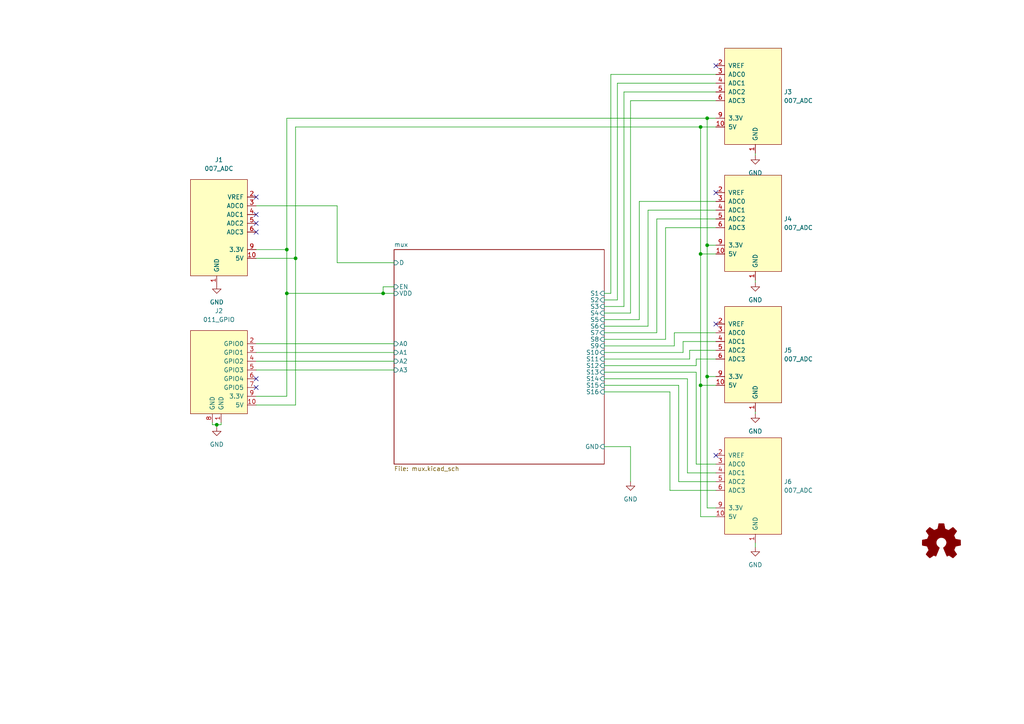
<source format=kicad_sch>
(kicad_sch (version 20211123) (generator eeschema)

  (uuid 57732dd3-1162-4c3f-88bd-31bf473d124d)

  (paper "A4")

  (lib_symbols
    (symbol "Graphic:Logo_Open_Hardware_Small" (pin_names (offset 1.016)) (in_bom yes) (on_board yes)
      (property "Reference" "#LOGO" (id 0) (at 0 6.985 0)
        (effects (font (size 1.27 1.27)) hide)
      )
      (property "Value" "Logo_Open_Hardware_Small" (id 1) (at 0 -5.715 0)
        (effects (font (size 1.27 1.27)) hide)
      )
      (property "Footprint" "" (id 2) (at 0 0 0)
        (effects (font (size 1.27 1.27)) hide)
      )
      (property "Datasheet" "~" (id 3) (at 0 0 0)
        (effects (font (size 1.27 1.27)) hide)
      )
      (property "ki_keywords" "Logo" (id 4) (at 0 0 0)
        (effects (font (size 1.27 1.27)) hide)
      )
      (property "ki_description" "Open Hardware logo, small" (id 5) (at 0 0 0)
        (effects (font (size 1.27 1.27)) hide)
      )
      (symbol "Logo_Open_Hardware_Small_0_1"
        (polyline
          (pts
            (xy 3.3528 -4.3434)
            (xy 3.302 -4.318)
            (xy 3.175 -4.2418)
            (xy 2.9972 -4.1148)
            (xy 2.7686 -3.9624)
            (xy 2.54 -3.81)
            (xy 2.3622 -3.7084)
            (xy 2.2352 -3.6068)
            (xy 2.1844 -3.5814)
            (xy 2.159 -3.6068)
            (xy 2.0574 -3.6576)
            (xy 1.905 -3.7338)
            (xy 1.8034 -3.7846)
            (xy 1.6764 -3.8354)
            (xy 1.6002 -3.8354)
            (xy 1.6002 -3.8354)
            (xy 1.5494 -3.7338)
            (xy 1.4732 -3.5306)
            (xy 1.3462 -3.302)
            (xy 1.2446 -3.0226)
            (xy 1.1176 -2.7178)
            (xy 0.9652 -2.413)
            (xy 0.8636 -2.1082)
            (xy 0.7366 -1.8288)
            (xy 0.6604 -1.6256)
            (xy 0.6096 -1.4732)
            (xy 0.5842 -1.397)
            (xy 0.5842 -1.397)
            (xy 0.6604 -1.3208)
            (xy 0.7874 -1.2446)
            (xy 1.0414 -1.016)
            (xy 1.2954 -0.6858)
            (xy 1.4478 -0.3302)
            (xy 1.524 0.0762)
            (xy 1.4732 0.4572)
            (xy 1.3208 0.8128)
            (xy 1.0668 1.143)
            (xy 0.762 1.3716)
            (xy 0.4064 1.524)
            (xy 0 1.5748)
            (xy -0.381 1.5494)
            (xy -0.7366 1.397)
            (xy -1.0668 1.143)
            (xy -1.2192 0.9906)
            (xy -1.397 0.6604)
            (xy -1.524 0.3048)
            (xy -1.524 0.2286)
            (xy -1.4986 -0.1778)
            (xy -1.397 -0.5334)
            (xy -1.1938 -0.8636)
            (xy -0.9144 -1.143)
            (xy -0.8636 -1.1684)
            (xy -0.7366 -1.27)
            (xy -0.635 -1.3462)
            (xy -0.5842 -1.397)
            (xy -1.0668 -2.5908)
            (xy -1.143 -2.794)
            (xy -1.2954 -3.1242)
            (xy -1.397 -3.4036)
            (xy -1.4986 -3.6322)
            (xy -1.5748 -3.7846)
            (xy -1.6002 -3.8354)
            (xy -1.6002 -3.8354)
            (xy -1.651 -3.8354)
            (xy -1.7272 -3.81)
            (xy -1.905 -3.7338)
            (xy -2.0066 -3.683)
            (xy -2.1336 -3.6068)
            (xy -2.2098 -3.5814)
            (xy -2.2606 -3.6068)
            (xy -2.3622 -3.683)
            (xy -2.54 -3.81)
            (xy -2.7686 -3.9624)
            (xy -2.9718 -4.0894)
            (xy -3.1496 -4.2164)
            (xy -3.302 -4.318)
            (xy -3.3528 -4.3434)
            (xy -3.3782 -4.3434)
            (xy -3.429 -4.318)
            (xy -3.5306 -4.2164)
            (xy -3.7084 -4.064)
            (xy -3.937 -3.8354)
            (xy -3.9624 -3.81)
            (xy -4.1656 -3.6068)
            (xy -4.318 -3.4544)
            (xy -4.4196 -3.3274)
            (xy -4.445 -3.2766)
            (xy -4.445 -3.2766)
            (xy -4.4196 -3.2258)
            (xy -4.318 -3.0734)
            (xy -4.2164 -2.8956)
            (xy -4.064 -2.667)
            (xy -3.6576 -2.0828)
            (xy -3.8862 -1.5494)
            (xy -3.937 -1.3716)
            (xy -4.0386 -1.1684)
            (xy -4.0894 -1.0414)
            (xy -4.1148 -0.9652)
            (xy -4.191 -0.9398)
            (xy -4.318 -0.9144)
            (xy -4.5466 -0.8636)
            (xy -4.8006 -0.8128)
            (xy -5.0546 -0.7874)
            (xy -5.2578 -0.7366)
            (xy -5.4356 -0.7112)
            (xy -5.5118 -0.6858)
            (xy -5.5118 -0.6858)
            (xy -5.5372 -0.635)
            (xy -5.5372 -0.5588)
            (xy -5.5372 -0.4318)
            (xy -5.5626 -0.2286)
            (xy -5.5626 0.0762)
            (xy -5.5626 0.127)
            (xy -5.5372 0.4064)
            (xy -5.5372 0.635)
            (xy -5.5372 0.762)
            (xy -5.5372 0.8382)
            (xy -5.5372 0.8382)
            (xy -5.461 0.8382)
            (xy -5.3086 0.889)
            (xy -5.08 0.9144)
            (xy -4.826 0.9652)
            (xy -4.8006 0.9906)
            (xy -4.5466 1.0414)
            (xy -4.318 1.0668)
            (xy -4.1656 1.1176)
            (xy -4.0894 1.143)
            (xy -4.0894 1.143)
            (xy -4.0386 1.2446)
            (xy -3.9624 1.4224)
            (xy -3.8608 1.6256)
            (xy -3.7846 1.8288)
            (xy -3.7084 2.0066)
            (xy -3.6576 2.159)
            (xy -3.6322 2.2098)
            (xy -3.6322 2.2098)
            (xy -3.683 2.286)
            (xy -3.7592 2.413)
            (xy -3.8862 2.5908)
            (xy -4.064 2.8194)
            (xy -4.064 2.8448)
            (xy -4.2164 3.0734)
            (xy -4.3434 3.2512)
            (xy -4.4196 3.3782)
            (xy -4.445 3.4544)
            (xy -4.445 3.4544)
            (xy -4.3942 3.5052)
            (xy -4.2926 3.6322)
            (xy -4.1148 3.81)
            (xy -3.937 4.0132)
            (xy -3.8608 4.064)
            (xy -3.6576 4.2926)
            (xy -3.5052 4.4196)
            (xy -3.4036 4.4958)
            (xy -3.3528 4.5212)
            (xy -3.3528 4.5212)
            (xy -3.302 4.4704)
            (xy -3.1496 4.3688)
            (xy -2.9718 4.2418)
            (xy -2.7432 4.0894)
            (xy -2.7178 4.0894)
            (xy -2.4892 3.937)
            (xy -2.3114 3.81)
            (xy -2.1844 3.7084)
            (xy -2.1336 3.683)
            (xy -2.1082 3.683)
            (xy -2.032 3.7084)
            (xy -1.8542 3.7592)
            (xy -1.6764 3.8354)
            (xy -1.4732 3.937)
            (xy -1.27 4.0132)
            (xy -1.143 4.064)
            (xy -1.0668 4.1148)
            (xy -1.0668 4.1148)
            (xy -1.0414 4.191)
            (xy -1.016 4.3434)
            (xy -0.9652 4.572)
            (xy -0.9144 4.8514)
            (xy -0.889 4.9022)
            (xy -0.8382 5.1562)
            (xy -0.8128 5.3848)
            (xy -0.7874 5.5372)
            (xy -0.762 5.588)
            (xy -0.7112 5.6134)
            (xy -0.5842 5.6134)
            (xy -0.4064 5.6134)
            (xy -0.1524 5.6134)
            (xy 0.0762 5.6134)
            (xy 0.3302 5.6134)
            (xy 0.5334 5.6134)
            (xy 0.6858 5.588)
            (xy 0.7366 5.588)
            (xy 0.7366 5.588)
            (xy 0.762 5.5118)
            (xy 0.8128 5.334)
            (xy 0.8382 5.1054)
            (xy 0.9144 4.826)
            (xy 0.9144 4.7752)
            (xy 0.9652 4.5212)
            (xy 1.016 4.2926)
            (xy 1.0414 4.1402)
            (xy 1.0668 4.0894)
            (xy 1.0668 4.0894)
            (xy 1.1938 4.0386)
            (xy 1.3716 3.9624)
            (xy 1.5748 3.8608)
            (xy 2.0828 3.6576)
            (xy 2.7178 4.0894)
            (xy 2.7686 4.1402)
            (xy 2.9972 4.2926)
            (xy 3.175 4.4196)
            (xy 3.302 4.4958)
            (xy 3.3782 4.5212)
            (xy 3.3782 4.5212)
            (xy 3.429 4.4704)
            (xy 3.556 4.3434)
            (xy 3.7338 4.191)
            (xy 3.9116 3.9878)
            (xy 4.064 3.8354)
            (xy 4.2418 3.6576)
            (xy 4.3434 3.556)
            (xy 4.4196 3.4798)
            (xy 4.4196 3.429)
            (xy 4.4196 3.4036)
            (xy 4.3942 3.3274)
            (xy 4.2926 3.2004)
            (xy 4.1656 2.9972)
            (xy 4.0132 2.794)
            (xy 3.8862 2.5908)
            (xy 3.7592 2.3876)
            (xy 3.6576 2.2352)
            (xy 3.6322 2.159)
            (xy 3.6322 2.1336)
            (xy 3.683 2.0066)
            (xy 3.7592 1.8288)
            (xy 3.8608 1.6002)
            (xy 4.064 1.1176)
            (xy 4.3942 1.0414)
            (xy 4.5974 1.016)
            (xy 4.8768 0.9652)
            (xy 5.1308 0.9144)
            (xy 5.5372 0.8382)
            (xy 5.5626 -0.6604)
            (xy 5.4864 -0.6858)
            (xy 5.4356 -0.6858)
            (xy 5.2832 -0.7366)
            (xy 5.0546 -0.762)
            (xy 4.8006 -0.8128)
            (xy 4.5974 -0.8636)
            (xy 4.3688 -0.9144)
            (xy 4.2164 -0.9398)
            (xy 4.1402 -0.9398)
            (xy 4.1148 -0.9652)
            (xy 4.064 -1.0668)
            (xy 3.9878 -1.2446)
            (xy 3.9116 -1.4478)
            (xy 3.81 -1.651)
            (xy 3.7338 -1.8542)
            (xy 3.683 -2.0066)
            (xy 3.6576 -2.0828)
            (xy 3.683 -2.1336)
            (xy 3.7846 -2.2606)
            (xy 3.8862 -2.4638)
            (xy 4.0386 -2.667)
            (xy 4.191 -2.8956)
            (xy 4.318 -3.0734)
            (xy 4.3942 -3.2004)
            (xy 4.445 -3.2766)
            (xy 4.4196 -3.3274)
            (xy 4.3434 -3.429)
            (xy 4.1656 -3.5814)
            (xy 3.937 -3.8354)
            (xy 3.8862 -3.8608)
            (xy 3.683 -4.064)
            (xy 3.5306 -4.2164)
            (xy 3.4036 -4.318)
            (xy 3.3528 -4.3434)
          )
          (stroke (width 0) (type default) (color 0 0 0 0))
          (fill (type outline))
        )
      )
    )
    (symbol "power:GND" (power) (pin_names (offset 0)) (in_bom yes) (on_board yes)
      (property "Reference" "#PWR" (id 0) (at 0 -6.35 0)
        (effects (font (size 1.27 1.27)) hide)
      )
      (property "Value" "GND" (id 1) (at 0 -3.81 0)
        (effects (font (size 1.27 1.27)))
      )
      (property "Footprint" "" (id 2) (at 0 0 0)
        (effects (font (size 1.27 1.27)) hide)
      )
      (property "Datasheet" "" (id 3) (at 0 0 0)
        (effects (font (size 1.27 1.27)) hide)
      )
      (property "ki_keywords" "power-flag" (id 4) (at 0 0 0)
        (effects (font (size 1.27 1.27)) hide)
      )
      (property "ki_description" "Power symbol creates a global label with name \"GND\" , ground" (id 5) (at 0 0 0)
        (effects (font (size 1.27 1.27)) hide)
      )
      (symbol "GND_0_1"
        (polyline
          (pts
            (xy 0 0)
            (xy 0 -1.27)
            (xy 1.27 -1.27)
            (xy 0 -2.54)
            (xy -1.27 -1.27)
            (xy 0 -1.27)
          )
          (stroke (width 0) (type default) (color 0 0 0 0))
          (fill (type none))
        )
      )
      (symbol "GND_1_1"
        (pin power_in line (at 0 0 270) (length 0) hide
          (name "GND" (effects (font (size 1.27 1.27))))
          (number "1" (effects (font (size 1.27 1.27))))
        )
      )
    )
    (symbol "put_on_edge:007_ADC" (pin_names (offset 1.016)) (in_bom yes) (on_board yes)
      (property "Reference" "J" (id 0) (at -2.54 13.97 0)
        (effects (font (size 1.27 1.27)))
      )
      (property "Value" "007_ADC" (id 1) (at 8.89 13.97 0)
        (effects (font (size 1.27 1.27)))
      )
      (property "Footprint" "" (id 2) (at 7.62 16.51 0)
        (effects (font (size 1.27 1.27)) hide)
      )
      (property "Datasheet" "" (id 3) (at 7.62 16.51 0)
        (effects (font (size 1.27 1.27)) hide)
      )
      (symbol "007_ADC_0_1"
        (rectangle (start -8.89 12.7) (end 7.62 -15.24)
          (stroke (width 0) (type default) (color 0 0 0 0))
          (fill (type background))
        )
      )
      (symbol "007_ADC_1_1"
        (pin power_in line (at 0 -17.78 90) (length 2.54)
          (name "GND" (effects (font (size 1.27 1.27))))
          (number "1" (effects (font (size 1.27 1.27))))
        )
        (pin bidirectional line (at -11.43 -10.16 0) (length 2.54)
          (name "5V" (effects (font (size 1.27 1.27))))
          (number "10" (effects (font (size 1.27 1.27))))
        )
        (pin bidirectional line (at -11.43 7.62 0) (length 2.54)
          (name "VREF" (effects (font (size 1.27 1.27))))
          (number "2" (effects (font (size 1.27 1.27))))
        )
        (pin power_in line (at -11.43 5.08 0) (length 2.54)
          (name "ADC0" (effects (font (size 1.27 1.27))))
          (number "3" (effects (font (size 1.27 1.27))))
        )
        (pin bidirectional line (at -11.43 2.54 0) (length 2.54)
          (name "ADC1" (effects (font (size 1.27 1.27))))
          (number "4" (effects (font (size 1.27 1.27))))
        )
        (pin bidirectional line (at -11.43 0 0) (length 2.54)
          (name "ADC2" (effects (font (size 1.27 1.27))))
          (number "5" (effects (font (size 1.27 1.27))))
        )
        (pin bidirectional line (at -11.43 -2.54 0) (length 2.54)
          (name "ADC3" (effects (font (size 1.27 1.27))))
          (number "6" (effects (font (size 1.27 1.27))))
        )
        (pin bidirectional line (at -11.43 -7.62 0) (length 2.54)
          (name "3.3V" (effects (font (size 1.27 1.27))))
          (number "9" (effects (font (size 1.27 1.27))))
        )
      )
    )
    (symbol "put_on_edge:011_GPIO" (pin_names (offset 1.016)) (in_bom yes) (on_board yes)
      (property "Reference" "J" (id 0) (at -2.54 13.97 0)
        (effects (font (size 1.27 1.27)))
      )
      (property "Value" "011_GPIO" (id 1) (at 8.89 13.97 0)
        (effects (font (size 1.27 1.27)))
      )
      (property "Footprint" "" (id 2) (at 7.62 16.51 0)
        (effects (font (size 1.27 1.27)) hide)
      )
      (property "Datasheet" "" (id 3) (at 7.62 16.51 0)
        (effects (font (size 1.27 1.27)) hide)
      )
      (symbol "011_GPIO_0_1"
        (rectangle (start -8.89 12.7) (end 7.62 -11.43)
          (stroke (width 0) (type default) (color 0 0 0 0))
          (fill (type background))
        )
      )
      (symbol "011_GPIO_1_1"
        (pin power_in line (at -1.27 -13.97 90) (length 2.54)
          (name "GND" (effects (font (size 1.27 1.27))))
          (number "1" (effects (font (size 1.27 1.27))))
        )
        (pin power_in line (at -11.43 -8.89 0) (length 2.54)
          (name "5V" (effects (font (size 1.27 1.27))))
          (number "10" (effects (font (size 1.27 1.27))))
        )
        (pin bidirectional line (at -11.43 8.89 0) (length 2.54)
          (name "GPIO0" (effects (font (size 1.27 1.27))))
          (number "2" (effects (font (size 1.27 1.27))))
        )
        (pin bidirectional line (at -11.43 6.35 0) (length 2.54)
          (name "GPIO1" (effects (font (size 1.27 1.27))))
          (number "3" (effects (font (size 1.27 1.27))))
        )
        (pin bidirectional line (at -11.43 3.81 0) (length 2.54)
          (name "GPIO2" (effects (font (size 1.27 1.27))))
          (number "4" (effects (font (size 1.27 1.27))))
        )
        (pin bidirectional line (at -11.43 1.27 0) (length 2.54)
          (name "GPIO3" (effects (font (size 1.27 1.27))))
          (number "5" (effects (font (size 1.27 1.27))))
        )
        (pin bidirectional line (at -11.43 -1.27 0) (length 2.54)
          (name "GPIO4" (effects (font (size 1.27 1.27))))
          (number "6" (effects (font (size 1.27 1.27))))
        )
        (pin bidirectional line (at -11.43 -3.81 0) (length 2.54)
          (name "GPIO5" (effects (font (size 1.27 1.27))))
          (number "7" (effects (font (size 1.27 1.27))))
        )
        (pin power_in line (at 1.27 -13.97 90) (length 2.54)
          (name "GND" (effects (font (size 1.27 1.27))))
          (number "8" (effects (font (size 1.27 1.27))))
        )
        (pin power_in line (at -11.43 -6.35 0) (length 2.54)
          (name "3.3V" (effects (font (size 1.27 1.27))))
          (number "9" (effects (font (size 1.27 1.27))))
        )
      )
    )
  )

  (junction (at 203.2 111.76) (diameter 0) (color 0 0 0 0)
    (uuid 10811c12-8f74-4620-9aff-23c875438bfc)
  )
  (junction (at 83.185 72.39) (diameter 0) (color 0 0 0 0)
    (uuid 325fd1a5-2e11-44cb-9590-332b4ec5f34d)
  )
  (junction (at 62.865 123.19) (diameter 0) (color 0 0 0 0)
    (uuid 611d6105-4ef1-4508-a7dc-b269b1c945d6)
  )
  (junction (at 203.2 36.83) (diameter 0) (color 0 0 0 0)
    (uuid 62a5bb64-d653-42ff-b113-e884f855f28a)
  )
  (junction (at 85.725 74.93) (diameter 0) (color 0 0 0 0)
    (uuid 7ad4e716-5735-48ac-a2d5-dcde6a5cbc0a)
  )
  (junction (at 83.185 85.09) (diameter 0) (color 0 0 0 0)
    (uuid 84453254-37a3-49ec-a5e2-bb4bc6534246)
  )
  (junction (at 111.125 85.09) (diameter 0) (color 0 0 0 0)
    (uuid 92e27a68-2720-4a0a-83d2-123322d857d4)
  )
  (junction (at 205.105 109.22) (diameter 0) (color 0 0 0 0)
    (uuid 9a10713d-12ed-4520-b428-07d56a9934b6)
  )
  (junction (at 203.2 73.66) (diameter 0) (color 0 0 0 0)
    (uuid 9ecf6ee3-3bd9-4bdb-a870-f48af3a12238)
  )
  (junction (at 205.105 71.12) (diameter 0) (color 0 0 0 0)
    (uuid bef83b70-1a7f-47d8-9a11-9a0c95ee5de5)
  )
  (junction (at 205.105 34.29) (diameter 0) (color 0 0 0 0)
    (uuid f56243bb-6aeb-430e-9410-c8d677e44091)
  )

  (no_connect (at 207.645 93.98) (uuid 0d899b63-0b38-4622-b9d3-485e78b2a53c))
  (no_connect (at 207.645 132.08) (uuid 0d899b63-0b38-4622-b9d3-485e78b2a53d))
  (no_connect (at 207.645 19.05) (uuid 0d899b63-0b38-4622-b9d3-485e78b2a53e))
  (no_connect (at 207.645 55.88) (uuid 0d899b63-0b38-4622-b9d3-485e78b2a53f))
  (no_connect (at 74.295 57.15) (uuid 4c8268ba-396b-4d77-adea-8fa3fb452eed))
  (no_connect (at 74.295 64.77) (uuid 4c8268ba-396b-4d77-adea-8fa3fb452eee))
  (no_connect (at 74.295 67.31) (uuid 4c8268ba-396b-4d77-adea-8fa3fb452eef))
  (no_connect (at 74.295 109.855) (uuid b670358e-a620-46b8-a1e6-60c0ce77afa2))
  (no_connect (at 74.295 112.395) (uuid b670358e-a620-46b8-a1e6-60c0ce77afa3))
  (no_connect (at 74.295 62.23) (uuid bcc5fb58-23ea-4b4c-99ac-8d6bc0192319))

  (wire (pts (xy 196.85 139.7) (xy 207.645 139.7))
    (stroke (width 0) (type default) (color 0 0 0 0))
    (uuid 009b1a1c-54ff-4158-a38e-82866f13d5c1)
  )
  (wire (pts (xy 182.88 29.21) (xy 207.645 29.21))
    (stroke (width 0) (type default) (color 0 0 0 0))
    (uuid 01108ec9-8af5-4fc1-9f52-3ca5ff3e522d)
  )
  (wire (pts (xy 175.26 90.805) (xy 182.88 90.805))
    (stroke (width 0) (type default) (color 0 0 0 0))
    (uuid 01d95d08-7926-4350-b014-706d0b50169a)
  )
  (wire (pts (xy 195.58 100.33) (xy 195.58 96.52))
    (stroke (width 0) (type default) (color 0 0 0 0))
    (uuid 05dc2fa5-0174-4179-a815-a1aa3051c737)
  )
  (wire (pts (xy 74.295 102.235) (xy 114.3 102.235))
    (stroke (width 0) (type default) (color 0 0 0 0))
    (uuid 096033f0-4bc5-4865-9543-04ecb3837a95)
  )
  (wire (pts (xy 175.26 94.615) (xy 187.96 94.615))
    (stroke (width 0) (type default) (color 0 0 0 0))
    (uuid 097ceae7-7f2e-46e4-8f7a-2b1fd1d4b013)
  )
  (wire (pts (xy 190.5 96.52) (xy 190.5 63.5))
    (stroke (width 0) (type default) (color 0 0 0 0))
    (uuid 0ccb67ee-dfb8-4c29-9699-41a97f1f6084)
  )
  (wire (pts (xy 205.105 147.32) (xy 205.105 109.22))
    (stroke (width 0) (type default) (color 0 0 0 0))
    (uuid 0f84e85b-c4a0-4770-b5d4-44b3ef3e2d53)
  )
  (wire (pts (xy 194.31 113.665) (xy 194.31 142.24))
    (stroke (width 0) (type default) (color 0 0 0 0))
    (uuid 113b20ff-69b2-4bbb-ae51-7624465ca53a)
  )
  (wire (pts (xy 179.07 86.995) (xy 179.07 24.13))
    (stroke (width 0) (type default) (color 0 0 0 0))
    (uuid 1295f276-e810-446b-acba-80ec71ea0856)
  )
  (wire (pts (xy 74.295 107.315) (xy 114.3 107.315))
    (stroke (width 0) (type default) (color 0 0 0 0))
    (uuid 17342f65-e136-4909-a03f-d52bc851e742)
  )
  (wire (pts (xy 111.125 85.09) (xy 83.185 85.09))
    (stroke (width 0) (type default) (color 0 0 0 0))
    (uuid 1a403f37-79d7-48b8-8ceb-23b7eb3bbea3)
  )
  (wire (pts (xy 219.075 119.38) (xy 219.075 120.015))
    (stroke (width 0) (type default) (color 0 0 0 0))
    (uuid 1a575760-549f-4fe9-a50f-96c5ae7fa1c8)
  )
  (wire (pts (xy 61.595 122.555) (xy 61.595 123.19))
    (stroke (width 0) (type default) (color 0 0 0 0))
    (uuid 1aef147c-ed9e-49a7-9472-c291ce582676)
  )
  (wire (pts (xy 175.26 113.665) (xy 194.31 113.665))
    (stroke (width 0) (type default) (color 0 0 0 0))
    (uuid 1c83c8cc-1c1e-4733-a5a9-4f215a1ef00b)
  )
  (wire (pts (xy 201.93 107.95) (xy 201.93 134.62))
    (stroke (width 0) (type default) (color 0 0 0 0))
    (uuid 1fe71b5c-2e9f-4b4f-8758-3acec33b435e)
  )
  (wire (pts (xy 62.865 123.19) (xy 62.865 123.825))
    (stroke (width 0) (type default) (color 0 0 0 0))
    (uuid 30578fbb-0b1d-4574-b39d-c12c4542cadd)
  )
  (wire (pts (xy 199.39 137.16) (xy 207.645 137.16))
    (stroke (width 0) (type default) (color 0 0 0 0))
    (uuid 318205f3-3ea0-4da1-8663-991140efb625)
  )
  (wire (pts (xy 175.26 88.9) (xy 180.975 88.9))
    (stroke (width 0) (type default) (color 0 0 0 0))
    (uuid 31dd1ef1-f446-4cc6-99ea-427587ebc299)
  )
  (wire (pts (xy 219.075 81.28) (xy 219.075 81.915))
    (stroke (width 0) (type default) (color 0 0 0 0))
    (uuid 37a366bb-b19c-4be1-b031-e599f514ccd2)
  )
  (wire (pts (xy 201.93 104.14) (xy 207.645 104.14))
    (stroke (width 0) (type default) (color 0 0 0 0))
    (uuid 3a3692d8-c322-442e-b015-b9142739947c)
  )
  (wire (pts (xy 61.595 123.19) (xy 62.865 123.19))
    (stroke (width 0) (type default) (color 0 0 0 0))
    (uuid 3af81c8b-0965-46c9-aee4-43091a39a919)
  )
  (wire (pts (xy 74.295 74.93) (xy 85.725 74.93))
    (stroke (width 0) (type default) (color 0 0 0 0))
    (uuid 3f0ae040-72ae-4df1-80fe-826505898f82)
  )
  (wire (pts (xy 201.93 134.62) (xy 207.645 134.62))
    (stroke (width 0) (type default) (color 0 0 0 0))
    (uuid 43b649ee-604b-40ea-b73f-f7e074a9cb83)
  )
  (wire (pts (xy 205.105 71.12) (xy 205.105 34.29))
    (stroke (width 0) (type default) (color 0 0 0 0))
    (uuid 44b97226-c01d-43ab-bdfe-7593265b6e0f)
  )
  (wire (pts (xy 203.2 73.66) (xy 207.645 73.66))
    (stroke (width 0) (type default) (color 0 0 0 0))
    (uuid 44fcbaa9-bbbb-4ee8-a221-6bdd72b209e7)
  )
  (wire (pts (xy 175.26 100.33) (xy 195.58 100.33))
    (stroke (width 0) (type default) (color 0 0 0 0))
    (uuid 4524901c-3bfa-44ab-b4b6-37eb8d73abaf)
  )
  (wire (pts (xy 199.39 109.855) (xy 199.39 137.16))
    (stroke (width 0) (type default) (color 0 0 0 0))
    (uuid 45bc94fb-ba57-4437-a531-0bc7d2c70719)
  )
  (wire (pts (xy 201.93 106.045) (xy 201.93 104.14))
    (stroke (width 0) (type default) (color 0 0 0 0))
    (uuid 4823ff69-e9c5-4b5c-8424-38704dec146b)
  )
  (wire (pts (xy 205.105 109.22) (xy 205.105 71.12))
    (stroke (width 0) (type default) (color 0 0 0 0))
    (uuid 48a10beb-64ee-4416-a302-023c9d8f4c58)
  )
  (wire (pts (xy 203.2 36.83) (xy 207.645 36.83))
    (stroke (width 0) (type default) (color 0 0 0 0))
    (uuid 4ca8d857-d6dc-4552-b228-76b77794ecc7)
  )
  (wire (pts (xy 205.105 34.29) (xy 207.645 34.29))
    (stroke (width 0) (type default) (color 0 0 0 0))
    (uuid 553ca224-ea4e-4a5e-b419-dd3747c8c604)
  )
  (wire (pts (xy 203.2 73.66) (xy 203.2 36.83))
    (stroke (width 0) (type default) (color 0 0 0 0))
    (uuid 5583dab5-c0a5-4992-bd47-b92aaaf56909)
  )
  (wire (pts (xy 175.26 98.425) (xy 193.04 98.425))
    (stroke (width 0) (type default) (color 0 0 0 0))
    (uuid 57ffc221-e603-467d-be42-f77af8dd0d1c)
  )
  (wire (pts (xy 194.31 142.24) (xy 207.645 142.24))
    (stroke (width 0) (type default) (color 0 0 0 0))
    (uuid 59aac93a-f950-4887-9bf9-87c981a5dd68)
  )
  (wire (pts (xy 182.88 129.54) (xy 182.88 139.7))
    (stroke (width 0) (type default) (color 0 0 0 0))
    (uuid 5a1fc14d-1d6f-444c-82b2-77ce3f0eeb3f)
  )
  (wire (pts (xy 64.135 122.555) (xy 64.135 123.19))
    (stroke (width 0) (type default) (color 0 0 0 0))
    (uuid 5e6c4ea8-893a-4a57-8f22-7e2300132aba)
  )
  (wire (pts (xy 74.295 117.475) (xy 85.725 117.475))
    (stroke (width 0) (type default) (color 0 0 0 0))
    (uuid 5eb2ff01-5854-4d81-a22a-29cc5c010bb9)
  )
  (wire (pts (xy 205.105 71.12) (xy 207.645 71.12))
    (stroke (width 0) (type default) (color 0 0 0 0))
    (uuid 6382980b-7b42-4e48-adb5-ec2ae6c42ebe)
  )
  (wire (pts (xy 219.075 44.45) (xy 219.075 45.085))
    (stroke (width 0) (type default) (color 0 0 0 0))
    (uuid 656c9cde-abdc-4d10-8c94-902004c85453)
  )
  (wire (pts (xy 175.26 96.52) (xy 190.5 96.52))
    (stroke (width 0) (type default) (color 0 0 0 0))
    (uuid 65bbac10-9b71-419a-891d-cfa6091e733c)
  )
  (wire (pts (xy 195.58 96.52) (xy 207.645 96.52))
    (stroke (width 0) (type default) (color 0 0 0 0))
    (uuid 67f2bd28-e528-4aa6-ab97-a263d076fcd9)
  )
  (wire (pts (xy 175.26 104.14) (xy 200.025 104.14))
    (stroke (width 0) (type default) (color 0 0 0 0))
    (uuid 6973bfe1-5d84-4aec-a1cf-6cb139726807)
  )
  (wire (pts (xy 114.3 83.185) (xy 111.125 83.185))
    (stroke (width 0) (type default) (color 0 0 0 0))
    (uuid 6cb7a141-1aeb-44f4-ab40-0967b405519f)
  )
  (wire (pts (xy 97.79 76.2) (xy 97.79 59.69))
    (stroke (width 0) (type default) (color 0 0 0 0))
    (uuid 702cb738-c67e-4e3c-a6b3-a909a9ffa8a8)
  )
  (wire (pts (xy 114.3 85.09) (xy 111.125 85.09))
    (stroke (width 0) (type default) (color 0 0 0 0))
    (uuid 7267a7c0-cdd5-41be-bcc8-0bde79e0472a)
  )
  (wire (pts (xy 200.025 104.14) (xy 200.025 101.6))
    (stroke (width 0) (type default) (color 0 0 0 0))
    (uuid 72f93373-b8b1-4463-bf45-b1e8a188fe9b)
  )
  (wire (pts (xy 198.12 99.06) (xy 207.645 99.06))
    (stroke (width 0) (type default) (color 0 0 0 0))
    (uuid 72fc3b01-2efc-4f85-bef4-59e944172188)
  )
  (wire (pts (xy 83.185 114.935) (xy 74.295 114.935))
    (stroke (width 0) (type default) (color 0 0 0 0))
    (uuid 75218e23-e02d-4ac6-bafd-d2835d9c50ac)
  )
  (wire (pts (xy 175.26 86.995) (xy 179.07 86.995))
    (stroke (width 0) (type default) (color 0 0 0 0))
    (uuid 76d61c83-9405-4771-aa8a-aa33b6b26e55)
  )
  (wire (pts (xy 83.185 72.39) (xy 74.295 72.39))
    (stroke (width 0) (type default) (color 0 0 0 0))
    (uuid 77f3e875-4831-4d48-bb08-841387285327)
  )
  (wire (pts (xy 190.5 63.5) (xy 207.645 63.5))
    (stroke (width 0) (type default) (color 0 0 0 0))
    (uuid 791e3bbb-12ea-4f4c-a07c-1d2d90822342)
  )
  (wire (pts (xy 177.165 21.59) (xy 207.645 21.59))
    (stroke (width 0) (type default) (color 0 0 0 0))
    (uuid 8021abdd-7e70-4d78-8ace-52dc8d31df14)
  )
  (wire (pts (xy 180.975 26.67) (xy 207.645 26.67))
    (stroke (width 0) (type default) (color 0 0 0 0))
    (uuid 82958260-8894-47a6-af9e-b82da7d23901)
  )
  (wire (pts (xy 207.645 147.32) (xy 205.105 147.32))
    (stroke (width 0) (type default) (color 0 0 0 0))
    (uuid 8aa4acdc-a845-429c-9b50-d3004d269125)
  )
  (wire (pts (xy 114.3 76.2) (xy 97.79 76.2))
    (stroke (width 0) (type default) (color 0 0 0 0))
    (uuid 93660000-5ae1-4fe4-a402-e11a2eb595b9)
  )
  (wire (pts (xy 185.42 58.42) (xy 207.645 58.42))
    (stroke (width 0) (type default) (color 0 0 0 0))
    (uuid 97e92815-3273-45ed-b384-a9f2dcbcd341)
  )
  (wire (pts (xy 74.295 99.695) (xy 114.3 99.695))
    (stroke (width 0) (type default) (color 0 0 0 0))
    (uuid a09b9f5b-95d5-4f3b-8146-438e55d1d01a)
  )
  (wire (pts (xy 205.105 109.22) (xy 207.645 109.22))
    (stroke (width 0) (type default) (color 0 0 0 0))
    (uuid a15fe12d-bde7-454a-9c48-e14bc9fa0b36)
  )
  (wire (pts (xy 187.96 60.96) (xy 207.645 60.96))
    (stroke (width 0) (type default) (color 0 0 0 0))
    (uuid a58567a2-283f-4b3a-a561-42f9abcafa90)
  )
  (wire (pts (xy 196.85 111.76) (xy 196.85 139.7))
    (stroke (width 0) (type default) (color 0 0 0 0))
    (uuid a5d39e37-2ce0-4d1c-9d3d-7c17f5328cd7)
  )
  (wire (pts (xy 175.26 107.95) (xy 201.93 107.95))
    (stroke (width 0) (type default) (color 0 0 0 0))
    (uuid a96eea49-dd2f-4feb-8f01-5962dd15694a)
  )
  (wire (pts (xy 182.88 90.805) (xy 182.88 29.21))
    (stroke (width 0) (type default) (color 0 0 0 0))
    (uuid aad3cbac-91fc-416d-a80b-a036c6ea1a85)
  )
  (wire (pts (xy 83.185 85.09) (xy 83.185 72.39))
    (stroke (width 0) (type default) (color 0 0 0 0))
    (uuid ab1a04d8-8ff8-4732-8c15-a9f71261c774)
  )
  (wire (pts (xy 97.79 59.69) (xy 74.295 59.69))
    (stroke (width 0) (type default) (color 0 0 0 0))
    (uuid ac6d7c50-55bc-433d-9692-0613cb976bba)
  )
  (wire (pts (xy 179.07 24.13) (xy 207.645 24.13))
    (stroke (width 0) (type default) (color 0 0 0 0))
    (uuid ae4bd0ac-e326-470e-bc2f-8a23fa8ce32e)
  )
  (wire (pts (xy 180.975 88.9) (xy 180.975 26.67))
    (stroke (width 0) (type default) (color 0 0 0 0))
    (uuid b4bea9fd-0df2-4cf2-8db7-b8149fed541b)
  )
  (wire (pts (xy 187.96 94.615) (xy 187.96 60.96))
    (stroke (width 0) (type default) (color 0 0 0 0))
    (uuid b5a4edf0-bac2-4a05-b777-530fc004780f)
  )
  (wire (pts (xy 219.075 157.48) (xy 219.075 158.75))
    (stroke (width 0) (type default) (color 0 0 0 0))
    (uuid b5a764ad-c72f-4eb9-994a-bf2edfb273b6)
  )
  (wire (pts (xy 175.26 129.54) (xy 182.88 129.54))
    (stroke (width 0) (type default) (color 0 0 0 0))
    (uuid b5f50e6e-6728-4454-96f5-44e0bc388ce5)
  )
  (wire (pts (xy 85.725 36.83) (xy 203.2 36.83))
    (stroke (width 0) (type default) (color 0 0 0 0))
    (uuid b7ec3b55-a010-4e78-bdad-594692a237c3)
  )
  (wire (pts (xy 198.12 102.235) (xy 198.12 99.06))
    (stroke (width 0) (type default) (color 0 0 0 0))
    (uuid b84cc572-eebb-4181-a1e6-53d972638bf0)
  )
  (wire (pts (xy 64.135 123.19) (xy 62.865 123.19))
    (stroke (width 0) (type default) (color 0 0 0 0))
    (uuid b8cc8728-0ba5-46f4-a724-0837ee063dbc)
  )
  (wire (pts (xy 203.2 111.76) (xy 207.645 111.76))
    (stroke (width 0) (type default) (color 0 0 0 0))
    (uuid be72bed3-4bd9-4ec2-bbdc-637287d60e71)
  )
  (wire (pts (xy 111.125 83.185) (xy 111.125 85.09))
    (stroke (width 0) (type default) (color 0 0 0 0))
    (uuid c622375a-14fa-41e5-a8e2-bc53578f6887)
  )
  (wire (pts (xy 83.185 85.09) (xy 83.185 114.935))
    (stroke (width 0) (type default) (color 0 0 0 0))
    (uuid c7b52f4f-29c8-4152-93d2-96b630303f27)
  )
  (wire (pts (xy 185.42 92.71) (xy 185.42 58.42))
    (stroke (width 0) (type default) (color 0 0 0 0))
    (uuid c7d64bc5-26c7-4823-969f-1dd839df9e2e)
  )
  (wire (pts (xy 175.26 85.09) (xy 177.165 85.09))
    (stroke (width 0) (type default) (color 0 0 0 0))
    (uuid ce96423d-5447-411e-9af4-29b690f13325)
  )
  (wire (pts (xy 74.295 104.775) (xy 114.3 104.775))
    (stroke (width 0) (type default) (color 0 0 0 0))
    (uuid d085c0e8-9f87-4f8f-a645-744ce37c2208)
  )
  (wire (pts (xy 175.26 102.235) (xy 198.12 102.235))
    (stroke (width 0) (type default) (color 0 0 0 0))
    (uuid d3bcd8ad-ac43-471b-b2b9-54a3e32569c7)
  )
  (wire (pts (xy 175.26 111.76) (xy 196.85 111.76))
    (stroke (width 0) (type default) (color 0 0 0 0))
    (uuid d3f4ddbf-29bb-4c79-9fe0-5de9e749603c)
  )
  (wire (pts (xy 205.105 34.29) (xy 83.185 34.29))
    (stroke (width 0) (type default) (color 0 0 0 0))
    (uuid d68a0096-9a01-4670-970a-c72717a317c5)
  )
  (wire (pts (xy 177.165 85.09) (xy 177.165 21.59))
    (stroke (width 0) (type default) (color 0 0 0 0))
    (uuid da7b2d89-815d-4985-9352-7921054cedec)
  )
  (wire (pts (xy 193.04 66.04) (xy 207.645 66.04))
    (stroke (width 0) (type default) (color 0 0 0 0))
    (uuid e1b876a3-2e51-42e8-a9e5-bc901076f870)
  )
  (wire (pts (xy 83.185 34.29) (xy 83.185 72.39))
    (stroke (width 0) (type default) (color 0 0 0 0))
    (uuid e22bd3fa-d47f-4868-bd51-16bf22cc2656)
  )
  (wire (pts (xy 175.26 109.855) (xy 199.39 109.855))
    (stroke (width 0) (type default) (color 0 0 0 0))
    (uuid ecb06b38-ba85-4ffd-ab09-e0dcfc8036f4)
  )
  (wire (pts (xy 193.04 98.425) (xy 193.04 66.04))
    (stroke (width 0) (type default) (color 0 0 0 0))
    (uuid eebd87be-2545-4d4e-9d52-5c8710961125)
  )
  (wire (pts (xy 175.26 92.71) (xy 185.42 92.71))
    (stroke (width 0) (type default) (color 0 0 0 0))
    (uuid efbe931d-e52e-4944-b5bb-55b1adc165fb)
  )
  (wire (pts (xy 175.26 106.045) (xy 201.93 106.045))
    (stroke (width 0) (type default) (color 0 0 0 0))
    (uuid f1b652fa-d1d7-4af0-8966-d5453376892f)
  )
  (wire (pts (xy 203.2 111.76) (xy 203.2 73.66))
    (stroke (width 0) (type default) (color 0 0 0 0))
    (uuid f59fe4a2-c2d8-4555-a96a-2e4f7306021e)
  )
  (wire (pts (xy 203.2 149.86) (xy 203.2 111.76))
    (stroke (width 0) (type default) (color 0 0 0 0))
    (uuid f6db4f76-4ef0-4e73-9499-44c3c9ee95f3)
  )
  (wire (pts (xy 85.725 117.475) (xy 85.725 74.93))
    (stroke (width 0) (type default) (color 0 0 0 0))
    (uuid f9951391-8855-491a-b6cd-9b0e1b089607)
  )
  (wire (pts (xy 85.725 74.93) (xy 85.725 36.83))
    (stroke (width 0) (type default) (color 0 0 0 0))
    (uuid fca7634e-9017-4e6a-af7a-bd7434d36fbf)
  )
  (wire (pts (xy 207.645 149.86) (xy 203.2 149.86))
    (stroke (width 0) (type default) (color 0 0 0 0))
    (uuid fdbc5336-4b3d-44ab-84a3-31a91ddfe2b6)
  )
  (wire (pts (xy 200.025 101.6) (xy 207.645 101.6))
    (stroke (width 0) (type default) (color 0 0 0 0))
    (uuid fe8940a6-0eb6-4584-899d-4f38120650f2)
  )

  (symbol (lib_id "put_on_edge:007_ADC") (at 62.865 64.77 0) (mirror y) (unit 1)
    (in_bom yes) (on_board yes) (fields_autoplaced)
    (uuid 0751084e-0f4b-4047-830d-4208118c52f8)
    (property "Reference" "J1" (id 0) (at 63.5 46.355 0))
    (property "Value" "007_ADC" (id 1) (at 63.5 48.895 0))
    (property "Footprint" "on_edge:on_edge_2x05_device" (id 2) (at 55.245 48.26 0)
      (effects (font (size 1.27 1.27)) hide)
    )
    (property "Datasheet" "" (id 3) (at 55.245 48.26 0)
      (effects (font (size 1.27 1.27)) hide)
    )
    (pin "1" (uuid 8b8bc6b6-72c2-4db0-a83d-9e4334839658))
    (pin "10" (uuid 2af9d2ad-3dd0-462b-84d8-0f04bb2d9634))
    (pin "2" (uuid dea90f78-4005-434d-b937-b0fbd3253163))
    (pin "3" (uuid 8b4d55c0-6a22-4cfa-9c90-e96e3fe97f63))
    (pin "4" (uuid 2b5d7360-4d98-475b-85ef-a81d4e704d87))
    (pin "5" (uuid d49d1b3c-1704-4681-ae02-d37c50592059))
    (pin "6" (uuid 939e1654-54d8-4143-907e-27eda663a380))
    (pin "9" (uuid 7e84f3ab-246a-4ce2-b738-a2b9b959f42d))
  )

  (symbol (lib_id "put_on_edge:007_ADC") (at 219.075 26.67 0) (unit 1)
    (in_bom yes) (on_board yes) (fields_autoplaced)
    (uuid 287bda27-b522-4787-9d87-b393d8921214)
    (property "Reference" "J3" (id 0) (at 227.33 26.6699 0)
      (effects (font (size 1.27 1.27)) (justify left))
    )
    (property "Value" "007_ADC" (id 1) (at 227.33 29.2099 0)
      (effects (font (size 1.27 1.27)) (justify left))
    )
    (property "Footprint" "on_edge:on_edge_2x05_host" (id 2) (at 226.695 10.16 0)
      (effects (font (size 1.27 1.27)) hide)
    )
    (property "Datasheet" "" (id 3) (at 226.695 10.16 0)
      (effects (font (size 1.27 1.27)) hide)
    )
    (pin "1" (uuid 9428481c-21e4-40e6-86b2-b0feed56e7e9))
    (pin "10" (uuid fbf96e53-9c2c-470f-bacd-ccc5f602a332))
    (pin "2" (uuid 847f5ef5-7412-429d-82b9-3624b0763b07))
    (pin "3" (uuid fdbe355e-2b4a-4585-9c16-031aa6b95c4b))
    (pin "4" (uuid b25f6615-93ab-48c3-a343-8ed82c7cbd1e))
    (pin "5" (uuid 7befcebc-9530-4ca1-800c-07b5b90460d5))
    (pin "6" (uuid d94749b6-673b-45ca-832d-74aeaf305b59))
    (pin "9" (uuid b561b479-9853-49c1-a186-fa98fbbfb545))
  )

  (symbol (lib_id "power:GND") (at 219.075 120.015 0) (unit 1)
    (in_bom yes) (on_board yes) (fields_autoplaced)
    (uuid 2c02959d-559c-41d9-be50-c81e8d0caf7e)
    (property "Reference" "#PWR0104" (id 0) (at 219.075 126.365 0)
      (effects (font (size 1.27 1.27)) hide)
    )
    (property "Value" "GND" (id 1) (at 219.075 125.095 0))
    (property "Footprint" "" (id 2) (at 219.075 120.015 0)
      (effects (font (size 1.27 1.27)) hide)
    )
    (property "Datasheet" "" (id 3) (at 219.075 120.015 0)
      (effects (font (size 1.27 1.27)) hide)
    )
    (pin "1" (uuid 2612ce5a-cd3c-4a0f-b370-2961aa221166))
  )

  (symbol (lib_id "power:GND") (at 62.865 82.55 0) (unit 1)
    (in_bom yes) (on_board yes) (fields_autoplaced)
    (uuid 4117a66d-c425-4868-8fb4-3a1d5750a40d)
    (property "Reference" "#PWR0106" (id 0) (at 62.865 88.9 0)
      (effects (font (size 1.27 1.27)) hide)
    )
    (property "Value" "GND" (id 1) (at 62.865 87.63 0))
    (property "Footprint" "" (id 2) (at 62.865 82.55 0)
      (effects (font (size 1.27 1.27)) hide)
    )
    (property "Datasheet" "" (id 3) (at 62.865 82.55 0)
      (effects (font (size 1.27 1.27)) hide)
    )
    (pin "1" (uuid e2d0b8b8-a1b6-488d-afe6-5ec29460c464))
  )

  (symbol (lib_id "put_on_edge:011_GPIO") (at 62.865 108.585 0) (mirror y) (unit 1)
    (in_bom yes) (on_board yes) (fields_autoplaced)
    (uuid 5074e054-e93d-4f91-8d6b-8fd43b7c1915)
    (property "Reference" "J2" (id 0) (at 63.5 90.17 0))
    (property "Value" "011_GPIO" (id 1) (at 63.5 92.71 0))
    (property "Footprint" "on_edge:on_edge_2x05_device" (id 2) (at 55.245 92.075 0)
      (effects (font (size 1.27 1.27)) hide)
    )
    (property "Datasheet" "" (id 3) (at 55.245 92.075 0)
      (effects (font (size 1.27 1.27)) hide)
    )
    (pin "1" (uuid a6cd497c-688d-429f-aa3d-c2fff0ef123c))
    (pin "10" (uuid e931e73f-e86f-44ad-bf17-32f2687b5413))
    (pin "2" (uuid 76ea05f7-2a44-4501-b4f2-e56c6a3805f5))
    (pin "3" (uuid 31f63f61-b9d2-40da-a0ed-509120b2e15c))
    (pin "4" (uuid de25228f-dad9-4793-a729-31546d5fadee))
    (pin "5" (uuid d94d9b40-7392-4ea3-bfea-64672ba3b470))
    (pin "6" (uuid 92588b09-9150-4baf-aaf8-36979689335c))
    (pin "7" (uuid d60a9fe1-e5ab-4084-9a48-b1d6abce457b))
    (pin "8" (uuid 8b4878a4-d261-4697-8cdf-dcc09b9dfa05))
    (pin "9" (uuid 9bfc42de-8dd1-4063-9bff-e5417760336c))
  )

  (symbol (lib_id "power:GND") (at 219.075 81.915 0) (unit 1)
    (in_bom yes) (on_board yes) (fields_autoplaced)
    (uuid 51b7104b-49c8-4ba1-b471-62ec4d88eda3)
    (property "Reference" "#PWR0103" (id 0) (at 219.075 88.265 0)
      (effects (font (size 1.27 1.27)) hide)
    )
    (property "Value" "GND" (id 1) (at 219.075 86.995 0))
    (property "Footprint" "" (id 2) (at 219.075 81.915 0)
      (effects (font (size 1.27 1.27)) hide)
    )
    (property "Datasheet" "" (id 3) (at 219.075 81.915 0)
      (effects (font (size 1.27 1.27)) hide)
    )
    (pin "1" (uuid f60d3b9d-47ff-439b-9f8c-1b9095514dfd))
  )

  (symbol (lib_id "power:GND") (at 219.075 158.75 0) (unit 1)
    (in_bom yes) (on_board yes) (fields_autoplaced)
    (uuid 5e464cb6-4cfd-4319-9a3e-c0bfe5860b99)
    (property "Reference" "#PWR0102" (id 0) (at 219.075 165.1 0)
      (effects (font (size 1.27 1.27)) hide)
    )
    (property "Value" "GND" (id 1) (at 219.075 163.83 0))
    (property "Footprint" "" (id 2) (at 219.075 158.75 0)
      (effects (font (size 1.27 1.27)) hide)
    )
    (property "Datasheet" "" (id 3) (at 219.075 158.75 0)
      (effects (font (size 1.27 1.27)) hide)
    )
    (pin "1" (uuid f33a0b2b-3f18-4f6e-8e89-8a42f2b3aadc))
  )

  (symbol (lib_id "put_on_edge:007_ADC") (at 219.075 101.6 0) (unit 1)
    (in_bom yes) (on_board yes) (fields_autoplaced)
    (uuid 6c638c59-7d5c-431c-9e18-24b5634442da)
    (property "Reference" "J5" (id 0) (at 227.33 101.5999 0)
      (effects (font (size 1.27 1.27)) (justify left))
    )
    (property "Value" "007_ADC" (id 1) (at 227.33 104.1399 0)
      (effects (font (size 1.27 1.27)) (justify left))
    )
    (property "Footprint" "on_edge:on_edge_2x05_host" (id 2) (at 226.695 85.09 0)
      (effects (font (size 1.27 1.27)) hide)
    )
    (property "Datasheet" "" (id 3) (at 226.695 85.09 0)
      (effects (font (size 1.27 1.27)) hide)
    )
    (pin "1" (uuid ca3bc08b-1b54-41f5-bf61-efed8c5cf036))
    (pin "10" (uuid d310d8d2-e270-4b6e-8d28-c4650ebac0ef))
    (pin "2" (uuid 6c2cd7b3-3413-4e0f-bbea-12285b1ae7a8))
    (pin "3" (uuid 254da144-f9bc-4e86-81ba-7aa4f0d269c9))
    (pin "4" (uuid ecbedeea-6059-4e5f-831e-a654f62765b9))
    (pin "5" (uuid 904eaebf-e307-410a-83c7-d22b1c6916d5))
    (pin "6" (uuid e27b371d-4a65-404f-b34f-fa07abf70ad3))
    (pin "9" (uuid 23d0a114-ee85-4537-b4ed-9785a4ad7da2))
  )

  (symbol (lib_id "power:GND") (at 62.865 123.825 0) (unit 1)
    (in_bom yes) (on_board yes) (fields_autoplaced)
    (uuid 7635cf47-421e-46c7-a373-7341a4da4022)
    (property "Reference" "#PWR0107" (id 0) (at 62.865 130.175 0)
      (effects (font (size 1.27 1.27)) hide)
    )
    (property "Value" "GND" (id 1) (at 62.865 128.905 0))
    (property "Footprint" "" (id 2) (at 62.865 123.825 0)
      (effects (font (size 1.27 1.27)) hide)
    )
    (property "Datasheet" "" (id 3) (at 62.865 123.825 0)
      (effects (font (size 1.27 1.27)) hide)
    )
    (pin "1" (uuid 0fcfa18e-7772-4a53-91d3-26bbcdb2734f))
  )

  (symbol (lib_id "put_on_edge:007_ADC") (at 219.075 139.7 0) (unit 1)
    (in_bom yes) (on_board yes) (fields_autoplaced)
    (uuid 7915370d-baaf-4120-bdaa-af9209f78045)
    (property "Reference" "J6" (id 0) (at 227.33 139.6999 0)
      (effects (font (size 1.27 1.27)) (justify left))
    )
    (property "Value" "007_ADC" (id 1) (at 227.33 142.2399 0)
      (effects (font (size 1.27 1.27)) (justify left))
    )
    (property "Footprint" "on_edge:on_edge_2x05_host" (id 2) (at 226.695 123.19 0)
      (effects (font (size 1.27 1.27)) hide)
    )
    (property "Datasheet" "" (id 3) (at 226.695 123.19 0)
      (effects (font (size 1.27 1.27)) hide)
    )
    (pin "1" (uuid d41b7866-3b25-4db3-bc37-af80208e2a5c))
    (pin "10" (uuid 1ea56907-4f03-463a-9315-2082e717b798))
    (pin "2" (uuid 9d0718c1-de73-46c4-8d13-364225b6d799))
    (pin "3" (uuid a1217378-9674-4bc9-8951-c24ace756f57))
    (pin "4" (uuid 2d4697dd-f0a4-4621-bb09-278037be86f7))
    (pin "5" (uuid b100affb-6f34-4750-99fa-713cd06f03df))
    (pin "6" (uuid 649bb822-c241-42df-a4f4-b6351940b3dc))
    (pin "9" (uuid 63fc690b-05ec-4b9b-99fa-e57d6d5401d2))
  )

  (symbol (lib_id "power:GND") (at 182.88 139.7 0) (unit 1)
    (in_bom yes) (on_board yes) (fields_autoplaced)
    (uuid 971afa99-5d33-4a72-a8e1-edd3c45138ed)
    (property "Reference" "#PWR0101" (id 0) (at 182.88 146.05 0)
      (effects (font (size 1.27 1.27)) hide)
    )
    (property "Value" "GND" (id 1) (at 182.88 144.78 0))
    (property "Footprint" "" (id 2) (at 182.88 139.7 0)
      (effects (font (size 1.27 1.27)) hide)
    )
    (property "Datasheet" "" (id 3) (at 182.88 139.7 0)
      (effects (font (size 1.27 1.27)) hide)
    )
    (pin "1" (uuid 0e12e353-ffd6-4e27-8957-653e209f57b0))
  )

  (symbol (lib_id "power:GND") (at 219.075 45.085 0) (unit 1)
    (in_bom yes) (on_board yes) (fields_autoplaced)
    (uuid a0af2883-903e-46e0-92b5-f1ad0a02f76f)
    (property "Reference" "#PWR0105" (id 0) (at 219.075 51.435 0)
      (effects (font (size 1.27 1.27)) hide)
    )
    (property "Value" "GND" (id 1) (at 219.075 50.165 0))
    (property "Footprint" "" (id 2) (at 219.075 45.085 0)
      (effects (font (size 1.27 1.27)) hide)
    )
    (property "Datasheet" "" (id 3) (at 219.075 45.085 0)
      (effects (font (size 1.27 1.27)) hide)
    )
    (pin "1" (uuid b73782b1-dd95-4cef-b852-b54f8ba232b7))
  )

  (symbol (lib_id "Graphic:Logo_Open_Hardware_Small") (at 273.05 157.48 0) (unit 1)
    (in_bom yes) (on_board yes) (fields_autoplaced)
    (uuid b72b6f4a-7489-40f2-bb90-d75ae01aa368)
    (property "Reference" "LOGO1" (id 0) (at 273.05 150.495 0)
      (effects (font (size 1.27 1.27)) hide)
    )
    (property "Value" "Logo_Open_Hardware_Small" (id 1) (at 273.05 163.195 0)
      (effects (font (size 1.27 1.27)) hide)
    )
    (property "Footprint" "Symbol:OSHW-Symbol_6.7x6mm_SilkScreen" (id 2) (at 273.05 157.48 0)
      (effects (font (size 1.27 1.27)) hide)
    )
    (property "Datasheet" "~" (id 3) (at 273.05 157.48 0)
      (effects (font (size 1.27 1.27)) hide)
    )
  )

  (symbol (lib_id "put_on_edge:007_ADC") (at 219.075 63.5 0) (unit 1)
    (in_bom yes) (on_board yes) (fields_autoplaced)
    (uuid dbdeb178-e4b9-4374-a87a-8090c4d5c216)
    (property "Reference" "J4" (id 0) (at 227.33 63.4999 0)
      (effects (font (size 1.27 1.27)) (justify left))
    )
    (property "Value" "007_ADC" (id 1) (at 227.33 66.0399 0)
      (effects (font (size 1.27 1.27)) (justify left))
    )
    (property "Footprint" "on_edge:on_edge_2x05_host" (id 2) (at 226.695 46.99 0)
      (effects (font (size 1.27 1.27)) hide)
    )
    (property "Datasheet" "" (id 3) (at 226.695 46.99 0)
      (effects (font (size 1.27 1.27)) hide)
    )
    (pin "1" (uuid c54ecefc-dd29-4080-82ab-3b1072fea035))
    (pin "10" (uuid 3a6e8080-3b7d-4c34-a804-55d61723cb19))
    (pin "2" (uuid 53e7c35e-c63b-4e9e-8ca1-ca0d5906fd25))
    (pin "3" (uuid 3f74e046-32a1-44ea-91fd-e912232d77ad))
    (pin "4" (uuid 32b862c9-cb9e-446c-ac81-7e57a770ef1e))
    (pin "5" (uuid 1aa98d6e-23bb-40d1-a49d-f31e8afab2b9))
    (pin "6" (uuid 6d37b659-653a-4313-bbaf-1cdff1a3c79a))
    (pin "9" (uuid b83c37f1-22c0-4f7a-81dd-8c1b67f5384f))
  )

  (sheet (at 114.3 72.39) (size 60.96 62.23) (fields_autoplaced)
    (stroke (width 0.1524) (type solid) (color 0 0 0 0))
    (fill (color 0 0 0 0.0000))
    (uuid 767ce4c6-0e55-4543-92f0-34cb8237a544)
    (property "Sheet name" "mux" (id 0) (at 114.3 71.6784 0)
      (effects (font (size 1.27 1.27)) (justify left bottom))
    )
    (property "Sheet file" "mux.kicad_sch" (id 1) (at 114.3 135.2046 0)
      (effects (font (size 1.27 1.27)) (justify left top))
    )
    (pin "GND" input (at 175.26 129.54 0)
      (effects (font (size 1.27 1.27)) (justify right))
      (uuid 466cf29f-04d2-4303-aa26-8ec28548d2f2)
    )
    (pin "S3" input (at 175.26 88.9 0)
      (effects (font (size 1.27 1.27)) (justify right))
      (uuid e494739b-3e36-4059-8444-945ef7237b12)
    )
    (pin "S5" input (at 175.26 92.71 0)
      (effects (font (size 1.27 1.27)) (justify right))
      (uuid 6a3346b4-655f-49df-9037-2e68b6c61d70)
    )
    (pin "S7" input (at 175.26 96.52 0)
      (effects (font (size 1.27 1.27)) (justify right))
      (uuid c5a708ea-8dca-4fd8-b747-d5934ec24d8c)
    )
    (pin "S9" input (at 175.26 100.33 0)
      (effects (font (size 1.27 1.27)) (justify right))
      (uuid 5d84fe6a-a14e-411c-81ad-6718437aa33e)
    )
    (pin "S1" input (at 175.26 85.09 0)
      (effects (font (size 1.27 1.27)) (justify right))
      (uuid 5a0c2b99-d4d6-4d6f-970b-83782752c754)
    )
    (pin "D" input (at 114.3 76.2 180)
      (effects (font (size 1.27 1.27)) (justify left))
      (uuid 5065d8e5-029e-4940-888a-a98f0b2fb147)
    )
    (pin "S15" input (at 175.26 111.76 0)
      (effects (font (size 1.27 1.27)) (justify right))
      (uuid ac277ee3-9205-4d82-be40-ff0b13d2d32c)
    )
    (pin "S13" input (at 175.26 107.95 0)
      (effects (font (size 1.27 1.27)) (justify right))
      (uuid 8fac199a-dc12-44b1-a4dc-297f3616c633)
    )
    (pin "S11" input (at 175.26 104.14 0)
      (effects (font (size 1.27 1.27)) (justify right))
      (uuid d92a432e-f9fc-48ff-a464-7aa19a1df069)
    )
    (pin "EN" input (at 114.3 83.185 180)
      (effects (font (size 1.27 1.27)) (justify left))
      (uuid 9186d27f-6c8d-45d8-b76a-6a5f713bc6e1)
    )
    (pin "A0" input (at 114.3 99.695 180)
      (effects (font (size 1.27 1.27)) (justify left))
      (uuid 6daedd7e-4791-47be-9605-f8f409a20fd6)
    )
    (pin "A1" input (at 114.3 102.235 180)
      (effects (font (size 1.27 1.27)) (justify left))
      (uuid 20be7556-e07c-4a1c-82b3-3aa3ee73da51)
    )
    (pin "A2" input (at 114.3 104.775 180)
      (effects (font (size 1.27 1.27)) (justify left))
      (uuid 53472d8a-973d-4d1d-84d0-97c94881fee1)
    )
    (pin "S2" input (at 175.26 86.995 0)
      (effects (font (size 1.27 1.27)) (justify right))
      (uuid 0aa4b431-a075-4e64-bf5e-e05011ea43f5)
    )
    (pin "S6" input (at 175.26 94.615 0)
      (effects (font (size 1.27 1.27)) (justify right))
      (uuid 70cd5a5f-9ca3-45ad-9e66-12504c25cbf8)
    )
    (pin "S8" input (at 175.26 98.425 0)
      (effects (font (size 1.27 1.27)) (justify right))
      (uuid 3660b9a8-c2a9-4140-b93a-5dce1dfa344a)
    )
    (pin "S10" input (at 175.26 102.235 0)
      (effects (font (size 1.27 1.27)) (justify right))
      (uuid f52408f1-fc22-4e34-9744-3d8137be3ce6)
    )
    (pin "S4" input (at 175.26 90.805 0)
      (effects (font (size 1.27 1.27)) (justify right))
      (uuid accc2d8c-f13f-49fa-aefa-d1a633c420e8)
    )
    (pin "S12" input (at 175.26 106.045 0)
      (effects (font (size 1.27 1.27)) (justify right))
      (uuid 539858f6-2764-4e2b-8b95-ad4edfa78f8a)
    )
    (pin "S14" input (at 175.26 109.855 0)
      (effects (font (size 1.27 1.27)) (justify right))
      (uuid 2ad2f78c-9096-481f-bdcf-89695436c518)
    )
    (pin "S16" input (at 175.26 113.665 0)
      (effects (font (size 1.27 1.27)) (justify right))
      (uuid c3dd8059-905c-42b8-b7c4-020dbda5c3d3)
    )
    (pin "A3" input (at 114.3 107.315 180)
      (effects (font (size 1.27 1.27)) (justify left))
      (uuid 6fd6bfc4-53a0-4a56-a5e5-1844846d0800)
    )
    (pin "VDD" input (at 114.3 85.09 180)
      (effects (font (size 1.27 1.27)) (justify left))
      (uuid 32acd47a-c780-40fb-b310-36cf656b4a96)
    )
  )

  (sheet_instances
    (path "/" (page "1"))
    (path "/767ce4c6-0e55-4543-92f0-34cb8237a544" (page "2"))
  )

  (symbol_instances
    (path "/971afa99-5d33-4a72-a8e1-edd3c45138ed"
      (reference "#PWR0101") (unit 1) (value "GND") (footprint "")
    )
    (path "/5e464cb6-4cfd-4319-9a3e-c0bfe5860b99"
      (reference "#PWR0102") (unit 1) (value "GND") (footprint "")
    )
    (path "/51b7104b-49c8-4ba1-b471-62ec4d88eda3"
      (reference "#PWR0103") (unit 1) (value "GND") (footprint "")
    )
    (path "/2c02959d-559c-41d9-be50-c81e8d0caf7e"
      (reference "#PWR0104") (unit 1) (value "GND") (footprint "")
    )
    (path "/a0af2883-903e-46e0-92b5-f1ad0a02f76f"
      (reference "#PWR0105") (unit 1) (value "GND") (footprint "")
    )
    (path "/4117a66d-c425-4868-8fb4-3a1d5750a40d"
      (reference "#PWR0106") (unit 1) (value "GND") (footprint "")
    )
    (path "/7635cf47-421e-46c7-a373-7341a4da4022"
      (reference "#PWR0107") (unit 1) (value "GND") (footprint "")
    )
    (path "/767ce4c6-0e55-4543-92f0-34cb8237a544/43076a36-299f-43fb-9063-3b4b8b79ebef"
      (reference "C1") (unit 1) (value "100nF") (footprint "Capacitor_SMD:C_0603_1608Metric")
    )
    (path "/0751084e-0f4b-4047-830d-4208118c52f8"
      (reference "J1") (unit 1) (value "007_ADC") (footprint "on_edge:on_edge_2x05_device")
    )
    (path "/5074e054-e93d-4f91-8d6b-8fd43b7c1915"
      (reference "J2") (unit 1) (value "011_GPIO") (footprint "on_edge:on_edge_2x05_device")
    )
    (path "/287bda27-b522-4787-9d87-b393d8921214"
      (reference "J3") (unit 1) (value "007_ADC") (footprint "on_edge:on_edge_2x05_host")
    )
    (path "/dbdeb178-e4b9-4374-a87a-8090c4d5c216"
      (reference "J4") (unit 1) (value "007_ADC") (footprint "on_edge:on_edge_2x05_host")
    )
    (path "/6c638c59-7d5c-431c-9e18-24b5634442da"
      (reference "J5") (unit 1) (value "007_ADC") (footprint "on_edge:on_edge_2x05_host")
    )
    (path "/7915370d-baaf-4120-bdaa-af9209f78045"
      (reference "J6") (unit 1) (value "007_ADC") (footprint "on_edge:on_edge_2x05_host")
    )
    (path "/b72b6f4a-7489-40f2-bb90-d75ae01aa368"
      (reference "LOGO1") (unit 1) (value "Logo_Open_Hardware_Small") (footprint "Symbol:OSHW-Symbol_6.7x6mm_SilkScreen")
    )
    (path "/767ce4c6-0e55-4543-92f0-34cb8237a544/e86b8de3-3b82-487d-8483-15b38deac995"
      (reference "U1") (unit 1) (value "ADG706BRUZ") (footprint "b112:ADG706BRUZ-REEL7")
    )
  )
)

</source>
